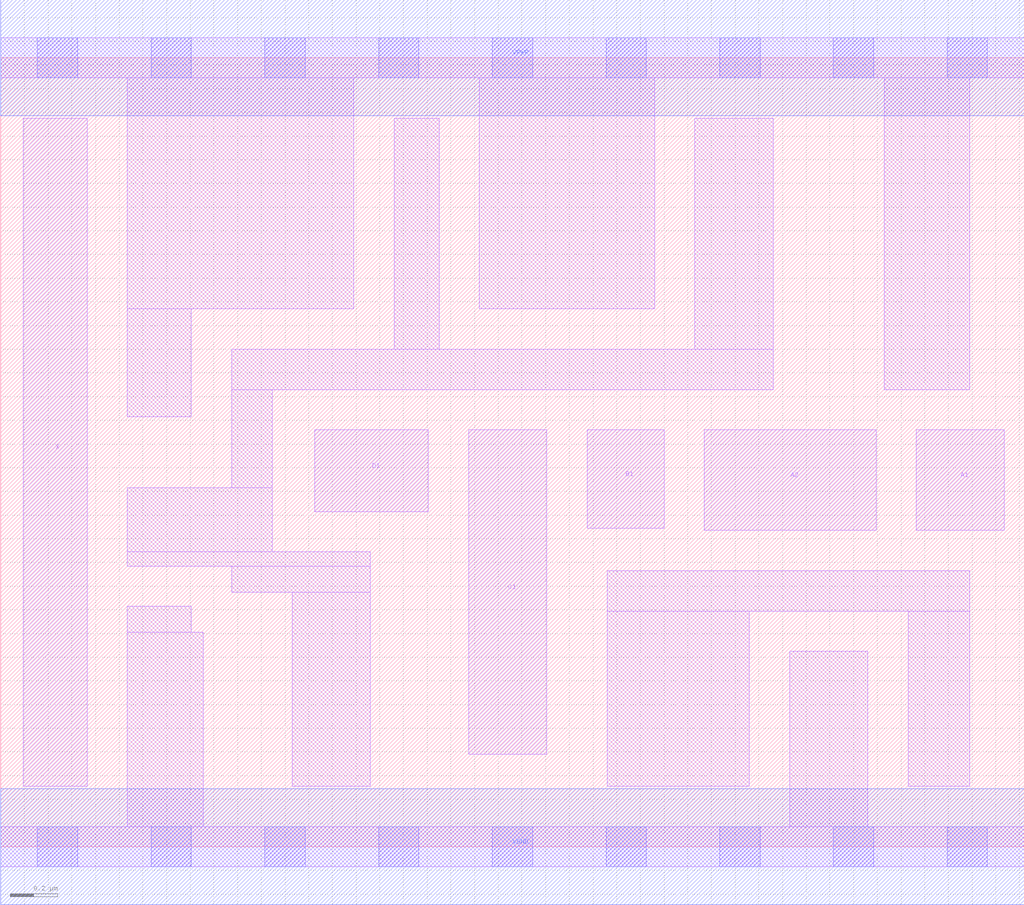
<source format=lef>
# Copyright 2020 The SkyWater PDK Authors
#
# Licensed under the Apache License, Version 2.0 (the "License");
# you may not use this file except in compliance with the License.
# You may obtain a copy of the License at
#
#     https://www.apache.org/licenses/LICENSE-2.0
#
# Unless required by applicable law or agreed to in writing, software
# distributed under the License is distributed on an "AS IS" BASIS,
# WITHOUT WARRANTIES OR CONDITIONS OF ANY KIND, either express or implied.
# See the License for the specific language governing permissions and
# limitations under the License.
#
# SPDX-License-Identifier: Apache-2.0

VERSION 5.7 ;
  NOWIREEXTENSIONATPIN ON ;
  DIVIDERCHAR "/" ;
  BUSBITCHARS "[]" ;
UNITS
  DATABASE MICRONS 200 ;
END UNITS
MACRO sky130_fd_sc_lp__o2111a_1
  CLASS CORE ;
  FOREIGN sky130_fd_sc_lp__o2111a_1 ;
  ORIGIN  0.000000  0.000000 ;
  SIZE  4.320000 BY  3.330000 ;
  SYMMETRY X Y R90 ;
  SITE unit ;
  PIN A1
    ANTENNAGATEAREA  0.315000 ;
    DIRECTION INPUT ;
    USE SIGNAL ;
    PORT
      LAYER li1 ;
        RECT 3.865000 1.335000 4.235000 1.760000 ;
    END
  END A1
  PIN A2
    ANTENNAGATEAREA  0.315000 ;
    DIRECTION INPUT ;
    USE SIGNAL ;
    PORT
      LAYER li1 ;
        RECT 2.970000 1.335000 3.695000 1.760000 ;
    END
  END A2
  PIN B1
    ANTENNAGATEAREA  0.315000 ;
    DIRECTION INPUT ;
    USE SIGNAL ;
    PORT
      LAYER li1 ;
        RECT 2.475000 1.345000 2.800000 1.760000 ;
    END
  END B1
  PIN C1
    ANTENNAGATEAREA  0.315000 ;
    DIRECTION INPUT ;
    USE SIGNAL ;
    PORT
      LAYER li1 ;
        RECT 1.975000 0.390000 2.305000 1.760000 ;
    END
  END C1
  PIN D1
    ANTENNAGATEAREA  0.315000 ;
    DIRECTION INPUT ;
    USE SIGNAL ;
    PORT
      LAYER li1 ;
        RECT 1.325000 1.415000 1.805000 1.760000 ;
    END
  END D1
  PIN X
    ANTENNADIFFAREA  0.556500 ;
    DIRECTION OUTPUT ;
    USE SIGNAL ;
    PORT
      LAYER li1 ;
        RECT 0.095000 0.255000 0.365000 3.075000 ;
    END
  END X
  PIN VGND
    DIRECTION INOUT ;
    USE GROUND ;
    PORT
      LAYER met1 ;
        RECT 0.000000 -0.245000 4.320000 0.245000 ;
    END
  END VGND
  PIN VPWR
    DIRECTION INOUT ;
    USE POWER ;
    PORT
      LAYER met1 ;
        RECT 0.000000 3.085000 4.320000 3.575000 ;
    END
  END VPWR
  OBS
    LAYER li1 ;
      RECT 0.000000 -0.085000 4.320000 0.085000 ;
      RECT 0.000000  3.245000 4.320000 3.415000 ;
      RECT 0.535000  0.085000 0.855000 0.905000 ;
      RECT 0.535000  0.905000 0.805000 1.015000 ;
      RECT 0.535000  1.185000 1.560000 1.245000 ;
      RECT 0.535000  1.245000 1.145000 1.515000 ;
      RECT 0.535000  1.815000 0.805000 2.270000 ;
      RECT 0.535000  2.270000 1.490000 3.245000 ;
      RECT 0.975000  1.075000 1.560000 1.185000 ;
      RECT 0.975000  1.515000 1.145000 1.930000 ;
      RECT 0.975000  1.930000 3.260000 2.100000 ;
      RECT 1.230000  0.255000 1.560000 1.075000 ;
      RECT 1.660000  2.100000 1.850000 3.075000 ;
      RECT 2.020000  2.270000 2.760000 3.245000 ;
      RECT 2.560000  0.255000 3.160000 0.995000 ;
      RECT 2.560000  0.995000 4.090000 1.165000 ;
      RECT 2.930000  2.100000 3.260000 3.075000 ;
      RECT 3.330000  0.085000 3.660000 0.825000 ;
      RECT 3.730000  1.930000 4.090000 3.245000 ;
      RECT 3.830000  0.255000 4.090000 0.995000 ;
    LAYER mcon ;
      RECT 0.155000 -0.085000 0.325000 0.085000 ;
      RECT 0.155000  3.245000 0.325000 3.415000 ;
      RECT 0.635000 -0.085000 0.805000 0.085000 ;
      RECT 0.635000  3.245000 0.805000 3.415000 ;
      RECT 1.115000 -0.085000 1.285000 0.085000 ;
      RECT 1.115000  3.245000 1.285000 3.415000 ;
      RECT 1.595000 -0.085000 1.765000 0.085000 ;
      RECT 1.595000  3.245000 1.765000 3.415000 ;
      RECT 2.075000 -0.085000 2.245000 0.085000 ;
      RECT 2.075000  3.245000 2.245000 3.415000 ;
      RECT 2.555000 -0.085000 2.725000 0.085000 ;
      RECT 2.555000  3.245000 2.725000 3.415000 ;
      RECT 3.035000 -0.085000 3.205000 0.085000 ;
      RECT 3.035000  3.245000 3.205000 3.415000 ;
      RECT 3.515000 -0.085000 3.685000 0.085000 ;
      RECT 3.515000  3.245000 3.685000 3.415000 ;
      RECT 3.995000 -0.085000 4.165000 0.085000 ;
      RECT 3.995000  3.245000 4.165000 3.415000 ;
  END
END sky130_fd_sc_lp__o2111a_1
END LIBRARY

</source>
